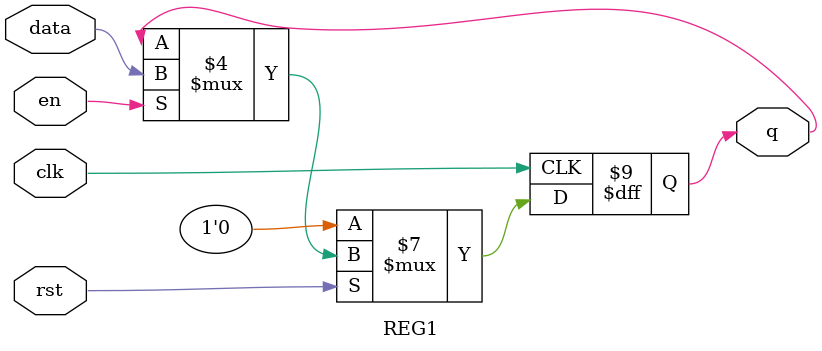
<source format=sv>

module REG1(data,clk,q,rst,en);
input data,clk,rst,en;
output reg q;

always_ff@ (posedge clk)
begin 

if (~rst) begin
q <= 1'b0;
end else begin 

if (en == 1) begin
q <= data;
end 

end  
end

endmodule

</source>
